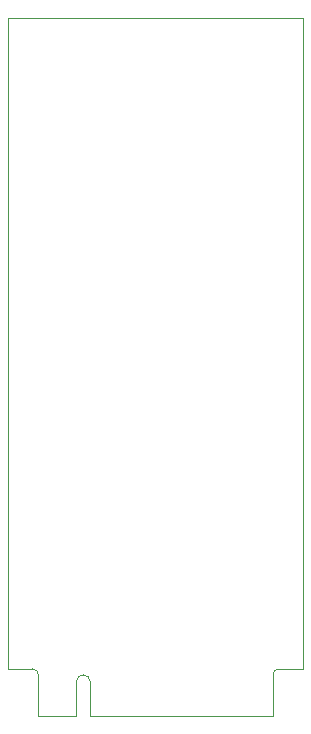
<source format=gbr>
%TF.GenerationSoftware,KiCad,Pcbnew,7.0.5*%
%TF.CreationDate,2023-09-25T03:15:30-05:00*%
%TF.ProjectId,Chimera_Nimean,4368696d-6572-4615-9f4e-696d65616e2e,rev?*%
%TF.SameCoordinates,Original*%
%TF.FileFunction,Profile,NP*%
%FSLAX46Y46*%
G04 Gerber Fmt 4.6, Leading zero omitted, Abs format (unit mm)*
G04 Created by KiCad (PCBNEW 7.0.5) date 2023-09-25 03:15:30*
%MOMM*%
%LPD*%
G01*
G04 APERTURE LIST*
%TA.AperFunction,Profile*%
%ADD10C,0.100000*%
%TD*%
%TA.AperFunction,Profile*%
%ADD11C,0.050000*%
%TD*%
G04 APERTURE END LIST*
D10*
X142500000Y-71000000D02*
X142500000Y-126100000D01*
X142500000Y-71000000D02*
X167500000Y-71000000D01*
X167500000Y-71000000D02*
X167500000Y-126100000D01*
X167500000Y-126100000D02*
X166000000Y-126100000D01*
X144000000Y-126100000D02*
X142500000Y-126100000D01*
D11*
%TO.C,U2*%
X144000000Y-126100000D02*
X144575000Y-126100000D01*
X145075000Y-126600000D02*
X145075000Y-130100000D01*
X145075000Y-130100000D02*
X148275000Y-130100000D01*
X148275000Y-130100000D02*
X148275000Y-127200000D01*
X149475000Y-127200000D02*
X149475000Y-130100000D01*
X149475000Y-130100000D02*
X155000000Y-130100000D01*
X155000000Y-130100000D02*
X164925000Y-130100000D01*
X164925000Y-130100000D02*
X164925000Y-126600000D01*
X165425000Y-126100000D02*
X166000000Y-126100000D01*
X145075000Y-126600000D02*
G75*
G03*
X144575000Y-126100000I-500001J-1D01*
G01*
X149475000Y-127200000D02*
G75*
G03*
X148275000Y-127200000I-600000J0D01*
G01*
X165425000Y-126100000D02*
G75*
G03*
X164925000Y-126600000I0J-500000D01*
G01*
%TD*%
M02*

</source>
